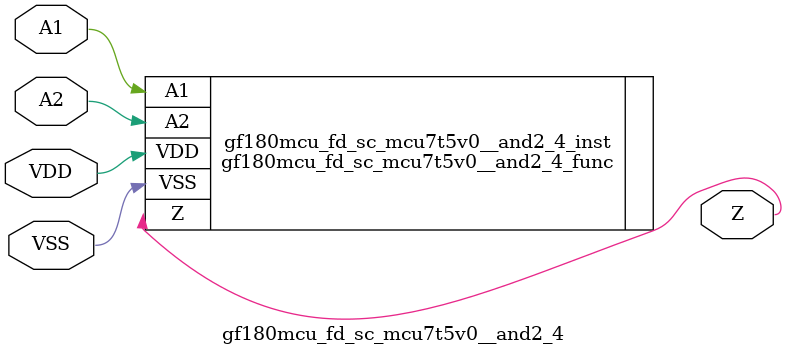
<source format=v>

module gf180mcu_fd_sc_mcu7t5v0__and2_4( A2, A1, Z, VDD, VSS );
input A1, A2;
inout VDD, VSS;
output Z;

   `ifdef FUNCTIONAL  //  functional //

	gf180mcu_fd_sc_mcu7t5v0__and2_4_func gf180mcu_fd_sc_mcu7t5v0__and2_4_behav_inst(.A2(A2),.A1(A1),.Z(Z),.VDD(VDD),.VSS(VSS));

   `else

	gf180mcu_fd_sc_mcu7t5v0__and2_4_func gf180mcu_fd_sc_mcu7t5v0__and2_4_inst(.A2(A2),.A1(A1),.Z(Z),.VDD(VDD),.VSS(VSS));

	// spec_gates_begin


	// spec_gates_end



   specify

	// specify_block_begin

	// comb arc A1 --> Z
	 (A1 => Z) = (1.0,1.0);

	// comb arc A2 --> Z
	 (A2 => Z) = (1.0,1.0);

	// specify_block_end

   endspecify

   `endif

endmodule

</source>
